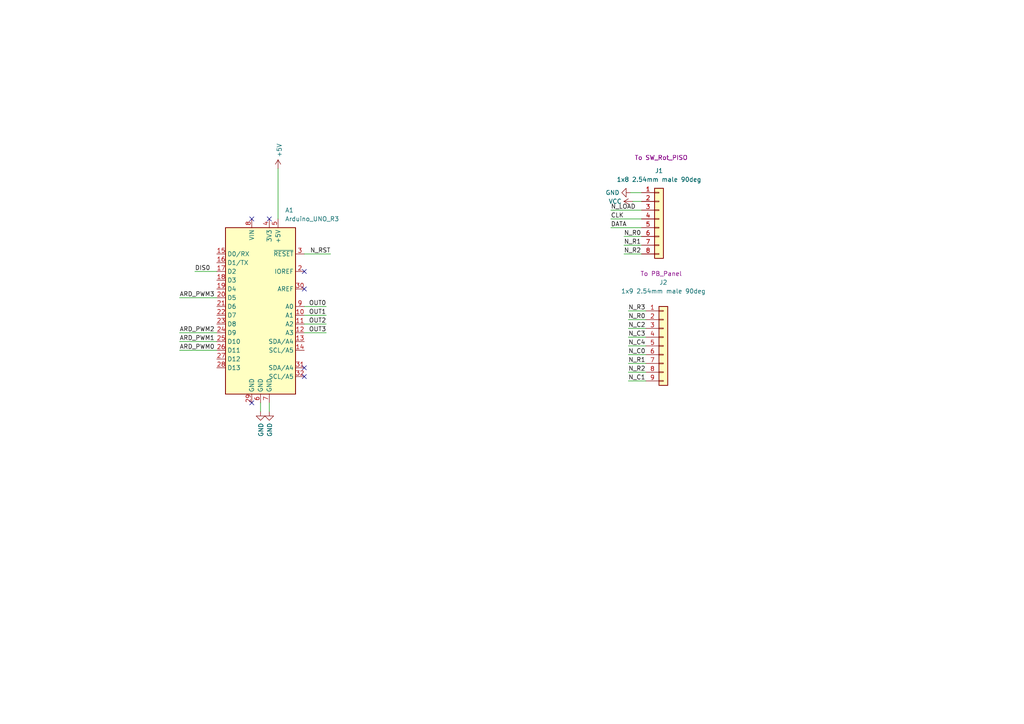
<source format=kicad_sch>
(kicad_sch (version 20211123) (generator eeschema)
  (paper "A4")
  (lib_symbols
    (symbol "Connector_Generic:Conn_01x08" (pin_names (offset 1.016) hide)
      (property "Reference" "J" (at 0 10.16 0))
      (property "Value" "Conn_01x08" (at 0 -12.7 0))
      (symbol "Conn_01x08_1_1"
        (rectangle (start -1.27 -10.033) (end 0 -10.287) (stroke (width 0.1524)))
        (rectangle (start -1.27 -7.493) (end 0 -7.747) (stroke (width 0.1524)))
        (rectangle (start -1.27 -4.953) (end 0 -5.207) (stroke (width 0.1524)))
        (rectangle (start -1.27 -2.413) (end 0 -2.667) (stroke (width 0.1524)))
        (rectangle (start -1.27 0.127) (end 0 -0.127) (stroke (width 0.1524)))
        (rectangle (start -1.27 2.667) (end 0 2.413) (stroke (width 0.1524)))
        (rectangle (start -1.27 5.207) (end 0 4.953) (stroke (width 0.1524)))
        (rectangle (start -1.27 7.747) (end 0 7.493) (stroke (width 0.1524)))
        (rectangle (start -1.27 8.89) (end 1.27 -11.43) (stroke (width 0.254)) (fill (type background)))
        (pin passive line (at -5.08 7.62 0) (length 3.81) (name "Pin_1") (number "1"))
        (pin passive line (at -5.08 5.08 0) (length 3.81) (name "Pin_2") (number "2"))
        (pin passive line (at -5.08 2.54 0) (length 3.81) (name "Pin_3") (number "3"))
        (pin passive line (at -5.08 0 0) (length 3.81) (name "Pin_4") (number "4"))
        (pin passive line (at -5.08 -2.54 0) (length 3.81) (name "Pin_5") (number "5"))
        (pin passive line (at -5.08 -5.08 0) (length 3.81) (name "Pin_6") (number "6"))
        (pin passive line (at -5.08 -7.62 0) (length 3.81) (name "Pin_7") (number "7"))
        (pin passive line (at -5.08 -10.16 0) (length 3.81) (name "Pin_8") (number "8"))
      )
    )
    (symbol "Connector_Generic:Conn_01x09" (pin_names (offset 1.016) hide)
      (property "Reference" "J" (at 0 12.7 0))
      (property "Value" "Conn_01x09" (at 0 -12.7 0))
      (symbol "Conn_01x09_1_1"
        (rectangle (start -1.27 -10.033) (end 0 -10.287) (stroke (width 0.1524)))
        (rectangle (start -1.27 -7.493) (end 0 -7.747) (stroke (width 0.1524)))
        (rectangle (start -1.27 -4.953) (end 0 -5.207) (stroke (width 0.1524)))
        (rectangle (start -1.27 -2.413) (end 0 -2.667) (stroke (width 0.1524)))
        (rectangle (start -1.27 0.127) (end 0 -0.127) (stroke (width 0.1524)))
        (rectangle (start -1.27 2.667) (end 0 2.413) (stroke (width 0.1524)))
        (rectangle (start -1.27 5.207) (end 0 4.953) (stroke (width 0.1524)))
        (rectangle (start -1.27 7.747) (end 0 7.493) (stroke (width 0.1524)))
        (rectangle (start -1.27 10.287) (end 0 10.033) (stroke (width 0.1524)))
        (rectangle (start -1.27 11.43) (end 1.27 -11.43) (stroke (width 0.254)) (fill (type background)))
        (pin passive line (at -5.08 10.16 0) (length 3.81) (name "Pin_1") (number "1"))
        (pin passive line (at -5.08 7.62 0) (length 3.81) (name "Pin_2") (number "2"))
        (pin passive line (at -5.08 5.08 0) (length 3.81) (name "Pin_3") (number "3"))
        (pin passive line (at -5.08 2.54 0) (length 3.81) (name "Pin_4") (number "4"))
        (pin passive line (at -5.08 0 0) (length 3.81) (name "Pin_5") (number "5"))
        (pin passive line (at -5.08 -2.54 0) (length 3.81) (name "Pin_6") (number "6"))
        (pin passive line (at -5.08 -5.08 0) (length 3.81) (name "Pin_7") (number "7"))
        (pin passive line (at -5.08 -7.62 0) (length 3.81) (name "Pin_8") (number "8"))
        (pin passive line (at -5.08 -10.16 0) (length 3.81) (name "Pin_9") (number "9"))
      )
    )
    (symbol "MCU_Module:Arduino_UNO_R3"
      (property "Reference" "A" (at -10.16 23.495 0))
      (property "Value" "Arduino_UNO_R3" (at 5.08 -26.67 0))
      (symbol "Arduino_UNO_R3_0_1"
        (rectangle (start -10.16 22.86) (end 10.16 -25.4) (stroke (width 0.254)) (fill (type background)))
      )
      (symbol "Arduino_UNO_R3_1_1"
        (pin no_connect line (at -10.16 -20.32 0) (length 2.54) hide (name "NC") (number "1"))
        (pin bidirectional line (at 12.7 -2.54 180) (length 2.54) (name "A1") (number "10"))
        (pin bidirectional line (at 12.7 -5.08 180) (length 2.54) (name "A2") (number "11"))
        (pin bidirectional line (at 12.7 -7.62 180) (length 2.54) (name "A3") (number "12"))
        (pin bidirectional line (at 12.7 -10.16 180) (length 2.54) (name "SDA/A4") (number "13"))
        (pin bidirectional line (at 12.7 -12.7 180) (length 2.54) (name "SCL/A5") (number "14"))
        (pin bidirectional line (at -12.7 15.24 0) (length 2.54) (name "D0/RX") (number "15"))
        (pin bidirectional line (at -12.7 12.7 0) (length 2.54) (name "D1/TX") (number "16"))
        (pin bidirectional line (at -12.7 10.16 0) (length 2.54) (name "D2") (number "17"))
        (pin bidirectional line (at -12.7 7.62 0) (length 2.54) (name "D3") (number "18"))
        (pin bidirectional line (at -12.7 5.08 0) (length 2.54) (name "D4") (number "19"))
        (pin output line (at 12.7 10.16 180) (length 2.54) (name "IOREF") (number "2"))
        (pin bidirectional line (at -12.7 2.54 0) (length 2.54) (name "D5") (number "20"))
        (pin bidirectional line (at -12.7 0 0) (length 2.54) (name "D6") (number "21"))
        (pin bidirectional line (at -12.7 -2.54 0) (length 2.54) (name "D7") (number "22"))
        (pin bidirectional line (at -12.7 -5.08 0) (length 2.54) (name "D8") (number "23"))
        (pin bidirectional line (at -12.7 -7.62 0) (length 2.54) (name "D9") (number "24"))
        (pin bidirectional line (at -12.7 -10.16 0) (length 2.54) (name "D10") (number "25"))
        (pin bidirectional line (at -12.7 -12.7 0) (length 2.54) (name "D11") (number "26"))
        (pin bidirectional line (at -12.7 -15.24 0) (length 2.54) (name "D12") (number "27"))
        (pin bidirectional line (at -12.7 -17.78 0) (length 2.54) (name "D13") (number "28"))
        (pin power_in line (at -2.54 -27.94 90) (length 2.54) (name "GND") (number "29"))
        (pin input line (at 12.7 15.24 180) (length 2.54) (name "~{RESET}") (number "3"))
        (pin input line (at 12.7 5.08 180) (length 2.54) (name "AREF") (number "30"))
        (pin bidirectional line (at 12.7 -17.78 180) (length 2.54) (name "SDA/A4") (number "31"))
        (pin bidirectional line (at 12.7 -20.32 180) (length 2.54) (name "SCL/A5") (number "32"))
        (pin power_out line (at 2.54 25.4 270) (length 2.54) (name "3V3") (number "4"))
        (pin power_out line (at 5.08 25.4 270) (length 2.54) (name "+5V") (number "5"))
        (pin power_in line (at 0 -27.94 90) (length 2.54) (name "GND") (number "6"))
        (pin power_in line (at 2.54 -27.94 90) (length 2.54) (name "GND") (number "7"))
        (pin power_in line (at -2.54 25.4 270) (length 2.54) (name "VIN") (number "8"))
        (pin bidirectional line (at 12.7 0 180) (length 2.54) (name "A0") (number "9"))
      )
    )
    (symbol "power:+5V" (power) (pin_names (offset 0))
      (property "Value" "+5V" (at 0 3.556 0))
      (symbol "+5V_0_1"
        (polyline (pts (xy -0.762 1.27) (xy 0 2.54)))
        (polyline (pts (xy 0 0) (xy 0 2.54)))
        (polyline (pts (xy 0 2.54) (xy 0.762 1.27)))
      )
      (symbol "+5V_1_1"
        (pin power_in line (at 0 0 90) (length 0) hide (name "+5V") (number "1"))
      )
    )
    (symbol "power:GND" (power) (pin_names (offset 0))
      (property "Value" "GND" (at 0 -3.81 0))
      (symbol "GND_0_1"
        (polyline (pts (xy 0 0) (xy 0 -1.27) (xy 1.27 -1.27) (xy 0 -2.54) (xy -1.27 -1.27) (xy 0 -1.27)))
      )
      (symbol "GND_1_1"
        (pin power_in line (at 0 0 270) (length 0) hide (name "GND") (number "1"))
      )
    )
    (symbol "power:VCC" (power) (pin_names (offset 0))
      (property "Value" "VCC" (at 0 3.81 0))
      (symbol "VCC_0_1"
        (polyline (pts (xy -0.762 1.27) (xy 0 2.54)))
        (polyline (pts (xy 0 0) (xy 0 2.54)))
        (polyline (pts (xy 0 2.54) (xy 0.762 1.27)))
      )
      (symbol "VCC_1_1"
        (pin power_in line (at 0 0 90) (length 0) hide (name "VCC") (number "1"))
      )
    )
  )
  (no_connect (at 88.265 109.22))
  (no_connect (at 88.265 83.82))
  (no_connect (at 88.265 106.68))
  (no_connect (at 73.025 63.5))
  (no_connect (at 78.105 63.5))
  (no_connect (at 88.265 78.74))
  (no_connect (at 73.025 116.84))
  (wire (pts (xy 78.105 119.38) (xy 78.105 116.84)))
  (wire (pts (xy 75.565 119.38) (xy 75.565 116.84)))
  (wire (pts (xy 177.165 63.5) (xy 186.055 63.5)))
  (wire (pts (xy 52.07 86.36) (xy 62.865 86.36)))
  (wire (pts (xy 94.615 91.44) (xy 88.265 91.44)))
  (wire (pts (xy 177.165 60.96) (xy 186.055 60.96)))
  (wire (pts (xy 94.615 88.9) (xy 88.265 88.9)))
  (wire (pts (xy 186.055 71.12) (xy 180.975 71.12)))
  (wire (pts (xy 187.325 110.49) (xy 182.245 110.49)))
  (wire (pts (xy 186.055 73.66) (xy 180.975 73.66)))
  (wire (pts (xy 94.615 96.52) (xy 88.265 96.52)))
  (wire (pts (xy 187.325 97.79) (xy 182.245 97.79)))
  (wire (pts (xy 80.645 48.895) (xy 80.645 63.5)))
  (wire (pts (xy 187.325 102.87) (xy 182.245 102.87)))
  (wire (pts (xy 187.325 100.33) (xy 182.245 100.33)))
  (wire (pts (xy 183.515 58.42) (xy 186.055 58.42)))
  (wire (pts (xy 186.055 68.58) (xy 180.975 68.58)))
  (wire (pts (xy 187.325 95.25) (xy 182.245 95.25)))
  (wire (pts (xy 88.265 73.66) (xy 95.885 73.66)))
  (wire (pts (xy 52.07 101.6) (xy 62.865 101.6)))
  (wire (pts (xy 187.325 90.17) (xy 182.245 90.17)))
  (wire (pts (xy 56.515 78.74) (xy 62.865 78.74)))
  (wire (pts (xy 186.055 55.88) (xy 182.88 55.88)))
  (wire (pts (xy 177.165 66.04) (xy 186.055 66.04)))
  (wire (pts (xy 187.325 92.71) (xy 182.245 92.71)))
  (wire (pts (xy 52.07 99.06) (xy 62.865 99.06)))
  (wire (pts (xy 187.325 105.41) (xy 182.245 105.41)))
  (wire (pts (xy 52.07 96.52) (xy 62.865 96.52)))
  (wire (pts (xy 187.325 107.95) (xy 182.245 107.95)))
  (wire (pts (xy 94.615 93.98) (xy 88.265 93.98)))
  (label "ARD_PWM1" (at 52.07 99.06 0))
  (label "N_R1" (at 182.245 105.41 0))
  (label "ARD_PWM0" (at 52.07 101.6 0))
  (label "N_R2" (at 180.975 73.66 0))
  (label "OUT1" (at 94.615 91.44 180))
  (label "N_R2" (at 182.245 107.95 0))
  (label "OUT0" (at 94.615 88.9 180))
  (label "N_LOAD" (at 177.165 60.96 0))
  (label "DIS0" (at 56.515 78.74 0))
  (label "N_C4" (at 182.245 100.33 0))
  (label "ARD_PWM3" (at 52.07 86.36 0))
  (label "OUT2" (at 94.615 93.98 180))
  (label "OUT3" (at 94.615 96.52 180))
  (label "DATA" (at 177.165 66.04 0))
  (label "N_C0" (at 182.245 102.87 0))
  (label "N_R0" (at 180.975 68.58 0))
  (label "CLK" (at 177.165 63.5 0))
  (label "N_C3" (at 182.245 97.79 0))
  (label "N_R0" (at 182.245 92.71 0))
  (label "N_C2" (at 182.245 95.25 0))
  (label "ARD_PWM2" (at 52.07 96.52 0))
  (label "N_RST" (at 95.885 73.66 180))
  (label "N_R1" (at 180.975 71.12 0))
  (label "N_R3" (at 182.245 90.17 0))
  (label "N_C1" (at 182.245 110.49 0))
  (symbol (lib_id "power:GND") (at 78.105 119.38 0) (unit 1)
    (property "Reference" "#PWR0103" (effects hide))
    (property "Value" "GND" (at 78.232 122.6312 90) (effects (justify right)))
  )
  (symbol (lib_id "MCU_Module:Arduino_UNO_R3") (at 75.565 88.9 0) (unit 1)
    (property "Reference" "A1" (at 82.6644 60.96 0) (effects (justify left)))
    (property "Value" "Arduino_UNO_R3" (at 82.6644 63.5 0) (effects (justify left)))
    (property "Footprint" "For_Rasterboard:Arduino_UNO_R3_WithMountingHoles_Snapped_to_P2.54mm" (effects hide))
    (property "Datasheet" "https://www.arduino.cc/en/Main/arduinoBoardUno" (effects hide))
  )
  (symbol (lib_id "power:GND") (at 75.565 119.38 0) (unit 1)
    (property "Reference" "#PWR0104" (effects hide))
    (property "Value" "GND" (at 75.692 122.6312 90) (effects (justify right)))
  )
  (symbol (lib_id "power:VCC") (at 183.515 58.42 90) (unit 1)
    (property "Reference" "#PWR0102" (effects hide))
    (property "Value" "VCC" (at 180.34 58.4199 90) (effects (justify left)))
  )
  (symbol (lib_id "power:GND") (at 182.88 55.88 270) (mirror x) (unit 1)
    (property "Reference" "#PWR0105" (effects hide))
    (property "Value" "GND" (at 179.705 55.8799 90) (effects (justify right)))
  )
  (symbol (lib_id "power:+5V") (at 80.645 48.895 0) (unit 1)
    (property "Reference" "#PWR0101" (effects hide))
    (property "Value" "+5V" (at 81.026 45.6438 90) (effects (justify left)))
  )
  (symbol (lib_id "Connector_Generic:Conn_01x08") (at 191.135 63.5 0) (unit 1)
    (property "Reference" "J1" (at 191.135 49.53 0))
    (property "Value" "1x8 2.54mm male 90deg" (at 191.135 52.07 0))
    (property "Footprint" "Connector_PinHeader_2.54mm:PinHeader_1x08_P2.54mm_Vertical" (effects hide))
    (property "Comment" "To SW_Rot_PISO" (at 191.77 45.72 0))
  )
  (symbol (lib_id "Connector_Generic:Conn_01x09") (at 192.405 100.33 0) (unit 1)
    (property "Reference" "J2" (at 192.405 81.915 0))
    (property "Value" "1x9 2.54mm male 90deg" (at 192.405 84.455 0))
    (property "Footprint" "Connector_PinHeader_2.54mm:PinHeader_1x09_P2.54mm_Vertical" (effects hide))
    (property "Comment" "To PB_Panel" (at 191.77 79.375 0))
  )
)
</source>
